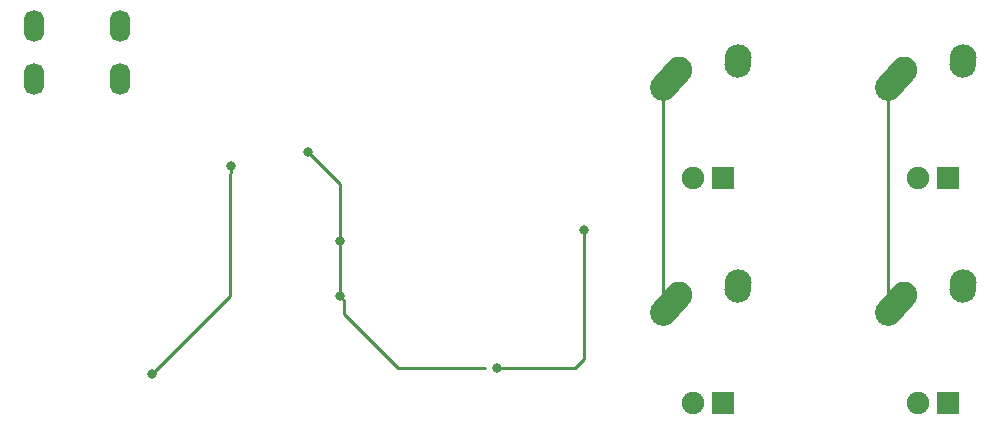
<source format=gtl>
G04 #@! TF.GenerationSoftware,KiCad,Pcbnew,8.0.4*
G04 #@! TF.CreationDate,2024-09-01T14:25:38-06:00*
G04 #@! TF.ProjectId,keyboard-pcb-mk1,6b657962-6f61-4726-942d-7063622d6d6b,rev?*
G04 #@! TF.SameCoordinates,Original*
G04 #@! TF.FileFunction,Copper,L1,Top*
G04 #@! TF.FilePolarity,Positive*
%FSLAX46Y46*%
G04 Gerber Fmt 4.6, Leading zero omitted, Abs format (unit mm)*
G04 Created by KiCad (PCBNEW 8.0.4) date 2024-09-01 14:25:38*
%MOMM*%
%LPD*%
G01*
G04 APERTURE LIST*
G04 Aperture macros list*
%AMHorizOval*
0 Thick line with rounded ends*
0 $1 width*
0 $2 $3 position (X,Y) of the first rounded end (center of the circle)*
0 $4 $5 position (X,Y) of the second rounded end (center of the circle)*
0 Add line between two ends*
20,1,$1,$2,$3,$4,$5,0*
0 Add two circle primitives to create the rounded ends*
1,1,$1,$2,$3*
1,1,$1,$4,$5*%
G04 Aperture macros list end*
G04 #@! TA.AperFunction,ComponentPad*
%ADD10HorizOval,2.250000X0.655001X0.730000X-0.655001X-0.730000X0*%
G04 #@! TD*
G04 #@! TA.AperFunction,ComponentPad*
%ADD11C,2.250000*%
G04 #@! TD*
G04 #@! TA.AperFunction,ComponentPad*
%ADD12HorizOval,2.250000X0.020000X0.290000X-0.020000X-0.290000X0*%
G04 #@! TD*
G04 #@! TA.AperFunction,ComponentPad*
%ADD13C,1.905000*%
G04 #@! TD*
G04 #@! TA.AperFunction,ComponentPad*
%ADD14R,1.905000X1.905000*%
G04 #@! TD*
G04 #@! TA.AperFunction,ComponentPad*
%ADD15O,1.700000X2.700000*%
G04 #@! TD*
G04 #@! TA.AperFunction,ViaPad*
%ADD16C,0.800000*%
G04 #@! TD*
G04 #@! TA.AperFunction,Conductor*
%ADD17C,0.254000*%
G04 #@! TD*
G04 APERTURE END LIST*
D10*
X167395001Y-103180000D03*
D11*
X168050000Y-102450000D03*
D12*
X173070000Y-101660000D03*
D11*
X173090000Y-101370000D03*
D13*
X169280000Y-111530000D03*
D14*
X171820000Y-111530000D03*
D10*
X148345001Y-103180000D03*
D11*
X149000000Y-102450000D03*
D12*
X154020000Y-101660000D03*
D11*
X154040000Y-101370000D03*
D13*
X150230000Y-111530000D03*
D14*
X152770000Y-111530000D03*
D10*
X167395001Y-122230000D03*
D11*
X168050000Y-121500000D03*
D12*
X173070000Y-120710000D03*
D11*
X173090000Y-120420000D03*
D13*
X169280000Y-130580000D03*
D14*
X171820000Y-130580000D03*
D10*
X148345001Y-122230000D03*
D11*
X149000000Y-121500000D03*
D12*
X154020000Y-120710000D03*
D11*
X154040000Y-120420000D03*
D13*
X150230000Y-130580000D03*
D14*
X152770000Y-130580000D03*
D15*
X101683000Y-98703000D03*
X94383000Y-98703000D03*
X101683000Y-103203000D03*
X94383000Y-103203000D03*
D16*
X120263000Y-121588000D03*
X117591000Y-109371000D03*
X133593000Y-127659000D03*
X140959000Y-115975000D03*
X120263000Y-116859000D03*
X111065500Y-110562500D03*
X104383000Y-128167000D03*
D17*
X120263000Y-116859000D02*
X120263000Y-112043000D01*
X120263000Y-121588000D02*
X120662999Y-121987999D01*
X120263000Y-112043000D02*
X117591000Y-109371000D01*
X140959000Y-126897000D02*
X140959000Y-115975000D01*
X125211000Y-127659000D02*
X132577000Y-127659000D01*
X133593000Y-127659000D02*
X140197000Y-127659000D01*
X140197000Y-127659000D02*
X140959000Y-126897000D01*
X120662999Y-121987999D02*
X120662999Y-123110999D01*
X120662999Y-123110999D02*
X123179000Y-125627000D01*
X120263000Y-121588000D02*
X120263000Y-116859000D01*
X123179000Y-125627000D02*
X125211000Y-127659000D01*
X147690000Y-122960000D02*
X147690000Y-103910000D01*
X166740000Y-122960000D02*
X166740000Y-103910000D01*
X111065500Y-111128185D02*
X110987000Y-111206685D01*
X110987000Y-111206685D02*
X110987000Y-121563000D01*
X111065500Y-110562500D02*
X111065500Y-111128185D01*
X110987000Y-121563000D02*
X104383000Y-128167000D01*
M02*

</source>
